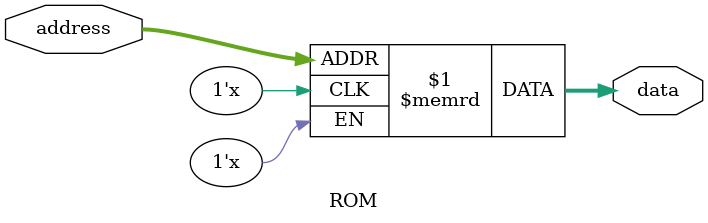
<source format=v>
`timescale 1ns / 1ps


module ROM(address, data);
parameter address_size = 15, data_size = 16, memory_size=32786;
input[address_size-1:0] address;
output[data_size-1:0] data;
reg[data_size-1:0] mem[memory_size-1:0];
assign data = mem[address];
endmodule

</source>
